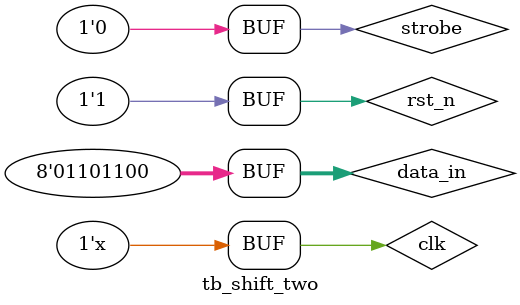
<source format=v>
`timescale 1ns / 1ps

module tb_shift_two();

reg clk, rst_n;
reg [7:0] data_in;
reg strobe;
wire [1:0] data_out;
wire data_send_done;
// initial the module
shift_two uut(
    .clk(clk),
    .rst_n(rst_n),
    .data_in(data_in),
    .strobe(strobe),
    .data_out(data_out),
    .data_send_done(data_send_done)
    );

initial begin
    clk = 0;
    rst_n = 0;
    data_in = 8'b01101100;
    strobe = 0;
    #1180
    rst_n = 1;
    #590
    strobe = 1;
    #590
    strobe = 0;
end

always begin #295 clk = ~clk; end

endmodule

</source>
